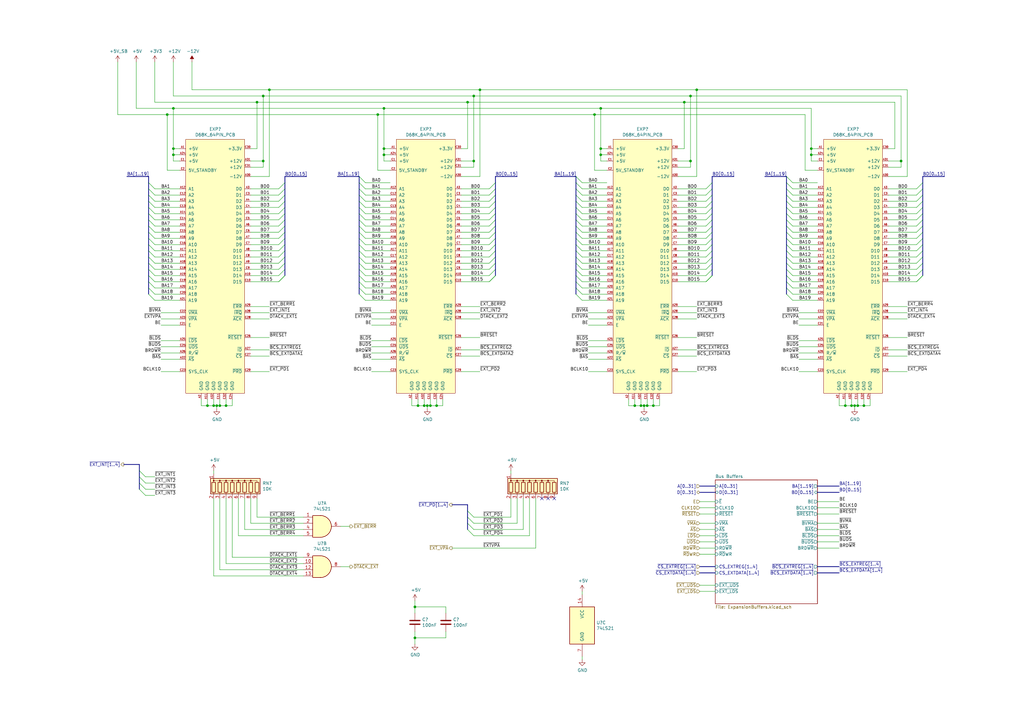
<source format=kicad_sch>
(kicad_sch (version 20211123) (generator eeschema)
  (paper "A3")
  (junction (at 170.18 248.92))
  (junction (at 157.48 60.96))
  (junction (at 194.31 66.04))
  (junction (at 246.38 44.45))
  (junction (at 191.77 41.91))
  (junction (at 354.33 166.37))
  (junction (at 157.48 44.45))
  (junction (at 332.74 63.5))
  (junction (at 264.16 166.37))
  (junction (at 71.12 60.96))
  (junction (at 369.57 66.04))
  (junction (at 68.58 46.99))
  (junction (at 285.75 36.83))
  (junction (at 71.12 63.5))
  (junction (at 260.35 166.37))
  (junction (at 349.25 166.37))
  (junction (at 351.79 166.37))
  (junction (at 283.21 66.04))
  (junction (at 243.84 46.99))
  (junction (at 85.09 166.37))
  (junction (at 332.74 60.96))
  (junction (at 171.45 166.37))
  (junction (at 179.07 166.37))
  (junction (at 246.38 63.5))
  (junction (at 280.67 41.91))
  (junction (at 92.71 166.37))
  (junction (at 157.48 63.5))
  (junction (at 90.17 166.37))
  (junction (at 350.52 166.37))
  (junction (at 346.71 166.37))
  (junction (at 173.99 166.37))
  (junction (at 87.63 166.37))
  (junction (at 267.97 166.37))
  (junction (at 170.18 261.62))
  (junction (at 265.43 166.37))
  (junction (at 88.9 166.37))
  (junction (at 246.38 60.96))
  (junction (at 196.85 36.83))
  (junction (at 176.53 166.37))
  (junction (at 71.12 44.45))
  (junction (at 110.49 36.83))
  (junction (at 107.95 39.37))
  (junction (at 194.31 39.37))
  (junction (at 107.95 66.04))
  (junction (at 105.41 41.91))
  (junction (at 154.94 46.99))
  (junction (at 283.21 39.37))
  (junction (at 262.89 166.37))
  (junction (at 175.26 166.37))
  (no_connect (at 222.25 204.47))
  (no_connect (at 224.79 204.47))
  (no_connect (at 227.33 204.47))
  (bus_entry (at 191.77 209.55) (size 2.54 2.54))
  (bus_entry (at 114.3 115.57) (size 2.54 -2.54))
  (bus_entry (at 114.3 77.47) (size 2.54 -2.54))
  (bus_entry (at 322.58 115.57) (size 2.54 2.54))
  (bus_entry (at 322.58 110.49) (size 2.54 2.54))
  (bus_entry (at 200.66 105.41) (size 2.54 -2.54))
  (bus_entry (at 114.3 92.71) (size 2.54 -2.54))
  (bus_entry (at 322.58 92.71) (size 2.54 2.54))
  (bus_entry (at 236.22 97.79) (size 2.54 2.54))
  (bus_entry (at 200.66 87.63) (size 2.54 -2.54))
  (bus_entry (at 322.58 100.33) (size 2.54 2.54))
  (bus_entry (at 60.96 102.87) (size 2.54 2.54))
  (bus_entry (at 147.32 87.63) (size 2.54 2.54))
  (bus_entry (at 322.58 80.01) (size 2.54 2.54))
  (bus_entry (at 191.77 214.63) (size 2.54 2.54))
  (bus_entry (at 322.58 97.79) (size 2.54 2.54))
  (bus_entry (at 60.96 110.49) (size 2.54 2.54))
  (bus_entry (at 200.66 90.17) (size 2.54 -2.54))
  (bus_entry (at 200.66 82.55) (size 2.54 -2.54))
  (bus_entry (at 147.32 85.09) (size 2.54 2.54))
  (bus_entry (at 57.15 198.12) (size 2.54 2.54))
  (bus_entry (at 200.66 92.71) (size 2.54 -2.54))
  (bus_entry (at 236.22 80.01) (size 2.54 2.54))
  (bus_entry (at 147.32 95.25) (size 2.54 2.54))
  (bus_entry (at 289.56 105.41) (size 2.54 -2.54))
  (bus_entry (at 147.32 100.33) (size 2.54 2.54))
  (bus_entry (at 236.22 120.65) (size 2.54 2.54))
  (bus_entry (at 147.32 82.55) (size 2.54 2.54))
  (bus_entry (at 60.96 87.63) (size 2.54 2.54))
  (bus_entry (at 60.96 82.55) (size 2.54 2.54))
  (bus_entry (at 375.92 90.17) (size 2.54 -2.54))
  (bus_entry (at 375.92 85.09) (size 2.54 -2.54))
  (bus_entry (at 375.92 92.71) (size 2.54 -2.54))
  (bus_entry (at 375.92 97.79) (size 2.54 -2.54))
  (bus_entry (at 200.66 77.47) (size 2.54 -2.54))
  (bus_entry (at 114.3 80.01) (size 2.54 -2.54))
  (bus_entry (at 322.58 77.47) (size 2.54 2.54))
  (bus_entry (at 60.96 120.65) (size 2.54 2.54))
  (bus_entry (at 200.66 100.33) (size 2.54 -2.54))
  (bus_entry (at 236.22 87.63) (size 2.54 2.54))
  (bus_entry (at 236.22 72.39) (size 2.54 2.54))
  (bus_entry (at 147.32 102.87) (size 2.54 2.54))
  (bus_entry (at 60.96 118.11) (size 2.54 2.54))
  (bus_entry (at 289.56 97.79) (size 2.54 -2.54))
  (bus_entry (at 322.58 72.39) (size 2.54 2.54))
  (bus_entry (at 114.3 110.49) (size 2.54 -2.54))
  (bus_entry (at 236.22 110.49) (size 2.54 2.54))
  (bus_entry (at 114.3 107.95) (size 2.54 -2.54))
  (bus_entry (at 147.32 115.57) (size 2.54 2.54))
  (bus_entry (at 147.32 90.17) (size 2.54 2.54))
  (bus_entry (at 147.32 80.01) (size 2.54 2.54))
  (bus_entry (at 200.66 107.95) (size 2.54 -2.54))
  (bus_entry (at 200.66 85.09) (size 2.54 -2.54))
  (bus_entry (at 289.56 113.03) (size 2.54 -2.54))
  (bus_entry (at 60.96 85.09) (size 2.54 2.54))
  (bus_entry (at 60.96 105.41) (size 2.54 2.54))
  (bus_entry (at 147.32 97.79) (size 2.54 2.54))
  (bus_entry (at 322.58 118.11) (size 2.54 2.54))
  (bus_entry (at 236.22 118.11) (size 2.54 2.54))
  (bus_entry (at 375.92 77.47) (size 2.54 -2.54))
  (bus_entry (at 236.22 82.55) (size 2.54 2.54))
  (bus_entry (at 236.22 77.47) (size 2.54 2.54))
  (bus_entry (at 147.32 120.65) (size 2.54 2.54))
  (bus_entry (at 60.96 113.03) (size 2.54 2.54))
  (bus_entry (at 322.58 120.65) (size 2.54 2.54))
  (bus_entry (at 322.58 102.87) (size 2.54 2.54))
  (bus_entry (at 114.3 97.79) (size 2.54 -2.54))
  (bus_entry (at 147.32 110.49) (size 2.54 2.54))
  (bus_entry (at 200.66 115.57) (size 2.54 -2.54))
  (bus_entry (at 322.58 85.09) (size 2.54 2.54))
  (bus_entry (at 60.96 90.17) (size 2.54 2.54))
  (bus_entry (at 289.56 77.47) (size 2.54 -2.54))
  (bus_entry (at 200.66 113.03) (size 2.54 -2.54))
  (bus_entry (at 289.56 107.95) (size 2.54 -2.54))
  (bus_entry (at 60.96 74.93) (size 2.54 2.54))
  (bus_entry (at 375.92 102.87) (size 2.54 -2.54))
  (bus_entry (at 236.22 107.95) (size 2.54 2.54))
  (bus_entry (at 200.66 102.87) (size 2.54 -2.54))
  (bus_entry (at 375.92 115.57) (size 2.54 -2.54))
  (bus_entry (at 375.92 87.63) (size 2.54 -2.54))
  (bus_entry (at 114.3 100.33) (size 2.54 -2.54))
  (bus_entry (at 289.56 92.71) (size 2.54 -2.54))
  (bus_entry (at 60.96 92.71) (size 2.54 2.54))
  (bus_entry (at 236.22 74.93) (size 2.54 2.54))
  (bus_entry (at 114.3 90.17) (size 2.54 -2.54))
  (bus_entry (at 322.58 105.41) (size 2.54 2.54))
  (bus_entry (at 57.15 193.04) (size 2.54 2.54))
  (bus_entry (at 322.58 82.55) (size 2.54 2.54))
  (bus_entry (at 114.3 113.03) (size 2.54 -2.54))
  (bus_entry (at 147.32 105.41) (size 2.54 2.54))
  (bus_entry (at 236.22 95.25) (size 2.54 2.54))
  (bus_entry (at 375.92 110.49) (size 2.54 -2.54))
  (bus_entry (at 289.56 115.57) (size 2.54 -2.54))
  (bus_entry (at 60.96 100.33) (size 2.54 2.54))
  (bus_entry (at 289.56 80.01) (size 2.54 -2.54))
  (bus_entry (at 236.22 102.87) (size 2.54 2.54))
  (bus_entry (at 60.96 77.47) (size 2.54 2.54))
  (bus_entry (at 375.92 107.95) (size 2.54 -2.54))
  (bus_entry (at 322.58 113.03) (size 2.54 2.54))
  (bus_entry (at 375.92 95.25) (size 2.54 -2.54))
  (bus_entry (at 147.32 72.39) (size 2.54 2.54))
  (bus_entry (at 200.66 97.79) (size 2.54 -2.54))
  (bus_entry (at 289.56 87.63) (size 2.54 -2.54))
  (bus_entry (at 375.92 113.03) (size 2.54 -2.54))
  (bus_entry (at 375.92 82.55) (size 2.54 -2.54))
  (bus_entry (at 322.58 90.17) (size 2.54 2.54))
  (bus_entry (at 147.32 107.95) (size 2.54 2.54))
  (bus_entry (at 191.77 217.17) (size 2.54 2.54))
  (bus_entry (at 60.96 97.79) (size 2.54 2.54))
  (bus_entry (at 60.96 115.57) (size 2.54 2.54))
  (bus_entry (at 114.3 115.57) (size 2.54 -2.54))
  (bus_entry (at 289.56 95.25) (size 2.54 -2.54))
  (bus_entry (at 60.96 80.01) (size 2.54 2.54))
  (bus_entry (at 375.92 115.57) (size 2.54 -2.54))
  (bus_entry (at 147.32 118.11) (size 2.54 2.54))
  (bus_entry (at 236.22 113.03) (size 2.54 2.54))
  (bus_entry (at 114.3 102.87) (size 2.54 -2.54))
  (bus_entry (at 289.56 110.49) (size 2.54 -2.54))
  (bus_entry (at 236.22 92.71) (size 2.54 2.54))
  (bus_entry (at 60.96 95.25) (size 2.54 2.54))
  (bus_entry (at 322.58 107.95) (size 2.54 2.54))
  (bus_entry (at 114.3 82.55) (size 2.54 -2.54))
  (bus_entry (at 147.32 77.47) (size 2.54 2.54))
  (bus_entry (at 322.58 74.93) (size 2.54 2.54))
  (bus_entry (at 57.15 200.66) (size 2.54 2.54))
  (bus_entry (at 289.56 85.09) (size 2.54 -2.54))
  (bus_entry (at 236.22 100.33) (size 2.54 2.54))
  (bus_entry (at 236.22 105.41) (size 2.54 2.54))
  (bus_entry (at 375.92 80.01) (size 2.54 -2.54))
  (bus_entry (at 322.58 95.25) (size 2.54 2.54))
  (bus_entry (at 375.92 105.41) (size 2.54 -2.54))
  (bus_entry (at 289.56 115.57) (size 2.54 -2.54))
  (bus_entry (at 60.96 107.95) (size 2.54 2.54))
  (bus_entry (at 375.92 100.33) (size 2.54 -2.54))
  (bus_entry (at 114.3 105.41) (size 2.54 -2.54))
  (bus_entry (at 147.32 92.71) (size 2.54 2.54))
  (bus_entry (at 114.3 87.63) (size 2.54 -2.54))
  (bus_entry (at 289.56 100.33) (size 2.54 -2.54))
  (bus_entry (at 236.22 90.17) (size 2.54 2.54))
  (bus_entry (at 322.58 87.63) (size 2.54 2.54))
  (bus_entry (at 289.56 82.55) (size 2.54 -2.54))
  (bus_entry (at 236.22 115.57) (size 2.54 2.54))
  (bus_entry (at 147.32 74.93) (size 2.54 2.54))
  (bus_entry (at 147.32 113.03) (size 2.54 2.54))
  (bus_entry (at 200.66 110.49) (size 2.54 -2.54))
  (bus_entry (at 114.3 95.25) (size 2.54 -2.54))
  (bus_entry (at 289.56 90.17) (size 2.54 -2.54))
  (bus_entry (at 191.77 212.09) (size 2.54 2.54))
  (bus_entry (at 200.66 95.25) (size 2.54 -2.54))
  (bus_entry (at 114.3 85.09) (size 2.54 -2.54))
  (bus_entry (at 289.56 102.87) (size 2.54 -2.54))
  (bus_entry (at 236.22 85.09) (size 2.54 2.54))
  (bus_entry (at 200.66 115.57) (size 2.54 -2.54))
  (bus_entry (at 200.66 80.01) (size 2.54 -2.54))
  (bus_entry (at 57.15 195.58) (size 2.54 2.54))
  (bus (pts (xy 227.33 72.39) (xy 236.22 72.39)))
  (wire (pts (xy 372.11 146.05) (xy 364.49 146.05)))
  (wire (pts (xy 152.4 139.7) (xy 160.02 139.7)))
  (wire (pts (xy 278.13 115.57) (xy 289.56 115.57)))
  (wire (pts (xy 364.49 102.87) (xy 375.92 102.87)))
  (bus (pts (xy 236.22 97.79) (xy 236.22 100.33)))
  (wire (pts (xy 73.66 66.04) (xy 71.12 66.04)))
  (wire (pts (xy 196.85 130.81) (xy 189.23 130.81)))
  (bus (pts (xy 203.2 85.09) (xy 203.2 87.63)))
  (wire (pts (xy 152.4 130.81) (xy 160.02 130.81)))
  (bus (pts (xy 116.84 77.47) (xy 116.84 80.01)))
  (bus (pts (xy 322.58 102.87) (xy 322.58 105.41)))
  (wire (pts (xy 59.69 198.12) (xy 63.5 198.12)))
  (bus (pts (xy 292.1 74.93) (xy 292.1 77.47)))
  (wire (pts (xy 364.49 125.73) (xy 372.11 125.73)))
  (wire (pts (xy 87.63 166.37) (xy 85.09 166.37)))
  (wire (pts (xy 102.87 102.87) (xy 114.3 102.87)))
  (wire (pts (xy 189.23 87.63) (xy 200.66 87.63)))
  (wire (pts (xy 63.5 102.87) (xy 73.66 102.87)))
  (wire (pts (xy 364.49 128.27) (xy 372.11 128.27)))
  (wire (pts (xy 217.17 219.71) (xy 217.17 204.47)))
  (wire (pts (xy 149.86 120.65) (xy 160.02 120.65)))
  (wire (pts (xy 350.52 166.37) (xy 350.52 167.64)))
  (bus (pts (xy 236.22 87.63) (xy 236.22 90.17)))
  (wire (pts (xy 102.87 100.33) (xy 114.3 100.33)))
  (bus (pts (xy 335.28 232.41) (xy 344.17 232.41)))
  (wire (pts (xy 246.38 63.5) (xy 246.38 66.04)))
  (wire (pts (xy 149.86 95.25) (xy 160.02 95.25)))
  (wire (pts (xy 88.9 166.37) (xy 87.63 166.37)))
  (bus (pts (xy 322.58 97.79) (xy 322.58 100.33)))
  (wire (pts (xy 194.31 66.04) (xy 189.23 66.04)))
  (wire (pts (xy 257.81 166.37) (xy 257.81 163.83)))
  (wire (pts (xy 189.23 72.39) (xy 196.85 72.39)))
  (wire (pts (xy 179.07 163.83) (xy 179.07 166.37)))
  (wire (pts (xy 102.87 80.01) (xy 114.3 80.01)))
  (bus (pts (xy 203.2 92.71) (xy 203.2 95.25)))
  (wire (pts (xy 73.66 60.96) (xy 71.12 60.96)))
  (bus (pts (xy 236.22 90.17) (xy 236.22 92.71)))
  (bus (pts (xy 322.58 107.95) (xy 322.58 110.49)))
  (bus (pts (xy 116.84 87.63) (xy 116.84 90.17)))
  (wire (pts (xy 241.3 147.32) (xy 248.92 147.32)))
  (bus (pts (xy 57.15 190.5) (xy 50.8 190.5)))
  (wire (pts (xy 189.23 152.4) (xy 196.85 152.4)))
  (wire (pts (xy 63.5 123.19) (xy 73.66 123.19)))
  (wire (pts (xy 71.12 39.37) (xy 107.95 39.37)))
  (wire (pts (xy 278.13 68.58) (xy 283.21 68.58)))
  (bus (pts (xy 203.2 95.25) (xy 203.2 97.79)))
  (wire (pts (xy 354.33 163.83) (xy 354.33 166.37)))
  (bus (pts (xy 293.37 201.93) (xy 287.02 201.93)))
  (bus (pts (xy 147.32 95.25) (xy 147.32 97.79)))
  (bus (pts (xy 236.22 77.47) (xy 236.22 80.01)))
  (wire (pts (xy 191.77 41.91) (xy 280.67 41.91)))
  (bus (pts (xy 52.07 72.39) (xy 60.96 72.39)))
  (wire (pts (xy 73.66 152.4) (xy 66.04 152.4)))
  (wire (pts (xy 325.12 115.57) (xy 335.28 115.57)))
  (bus (pts (xy 378.46 110.49) (xy 378.46 113.03)))
  (bus (pts (xy 147.32 85.09) (xy 147.32 87.63)))
  (wire (pts (xy 175.26 166.37) (xy 175.26 167.64)))
  (wire (pts (xy 102.87 85.09) (xy 114.3 85.09)))
  (wire (pts (xy 278.13 85.09) (xy 289.56 85.09)))
  (wire (pts (xy 238.76 113.03) (xy 248.92 113.03)))
  (wire (pts (xy 102.87 152.4) (xy 110.49 152.4)))
  (wire (pts (xy 325.12 120.65) (xy 335.28 120.65)))
  (wire (pts (xy 267.97 163.83) (xy 267.97 166.37)))
  (wire (pts (xy 73.66 139.7) (xy 66.04 139.7)))
  (wire (pts (xy 246.38 66.04) (xy 248.92 66.04)))
  (wire (pts (xy 189.23 82.55) (xy 200.66 82.55)))
  (bus (pts (xy 322.58 74.93) (xy 322.58 77.47)))
  (bus (pts (xy 60.96 100.33) (xy 60.96 102.87)))
  (wire (pts (xy 278.13 113.03) (xy 289.56 113.03)))
  (wire (pts (xy 335.28 205.74) (xy 344.17 205.74)))
  (bus (pts (xy 147.32 90.17) (xy 147.32 92.71)))
  (wire (pts (xy 238.76 243.84) (xy 238.76 242.57)))
  (bus (pts (xy 147.32 77.47) (xy 147.32 80.01)))
  (wire (pts (xy 189.23 115.57) (xy 200.66 115.57)))
  (wire (pts (xy 189.23 105.41) (xy 200.66 105.41)))
  (wire (pts (xy 63.5 95.25) (xy 73.66 95.25)))
  (bus (pts (xy 236.22 102.87) (xy 236.22 105.41)))
  (bus (pts (xy 191.77 207.01) (xy 191.77 209.55)))
  (wire (pts (xy 102.87 66.04) (xy 107.95 66.04)))
  (wire (pts (xy 90.17 204.47) (xy 90.17 233.68)))
  (wire (pts (xy 97.79 204.47) (xy 97.79 219.71)))
  (bus (pts (xy 322.58 82.55) (xy 322.58 85.09)))
  (bus (pts (xy 60.96 102.87) (xy 60.96 105.41)))
  (wire (pts (xy 85.09 163.83) (xy 85.09 166.37)))
  (wire (pts (xy 264.16 166.37) (xy 264.16 167.64)))
  (wire (pts (xy 364.49 113.03) (xy 375.92 113.03)))
  (wire (pts (xy 364.49 105.41) (xy 375.92 105.41)))
  (wire (pts (xy 189.23 107.95) (xy 200.66 107.95)))
  (wire (pts (xy 270.51 166.37) (xy 267.97 166.37)))
  (bus (pts (xy 147.32 72.39) (xy 147.32 74.93)))
  (wire (pts (xy 330.2 69.85) (xy 330.2 46.99)))
  (bus (pts (xy 138.43 72.39) (xy 147.32 72.39)))
  (wire (pts (xy 260.35 163.83) (xy 260.35 166.37)))
  (wire (pts (xy 264.16 166.37) (xy 262.89 166.37)))
  (wire (pts (xy 293.37 224.79) (xy 287.02 224.79)))
  (bus (pts (xy 236.22 115.57) (xy 236.22 118.11)))
  (wire (pts (xy 278.13 87.63) (xy 289.56 87.63)))
  (wire (pts (xy 90.17 233.68) (xy 124.46 233.68)))
  (wire (pts (xy 173.99 166.37) (xy 171.45 166.37)))
  (wire (pts (xy 87.63 236.22) (xy 87.63 204.47)))
  (bus (pts (xy 60.96 115.57) (xy 60.96 118.11)))
  (wire (pts (xy 238.76 120.65) (xy 248.92 120.65)))
  (wire (pts (xy 278.13 95.25) (xy 289.56 95.25)))
  (bus (pts (xy 60.96 80.01) (xy 60.96 82.55)))
  (wire (pts (xy 102.87 92.71) (xy 114.3 92.71)))
  (wire (pts (xy 92.71 231.14) (xy 124.46 231.14)))
  (wire (pts (xy 110.49 146.05) (xy 102.87 146.05)))
  (bus (pts (xy 203.2 74.93) (xy 203.2 77.47)))
  (wire (pts (xy 287.02 214.63) (xy 293.37 214.63)))
  (wire (pts (xy 107.95 39.37) (xy 194.31 39.37)))
  (bus (pts (xy 116.84 105.41) (xy 116.84 107.95)))
  (bus (pts (xy 292.1 92.71) (xy 292.1 95.25)))
  (wire (pts (xy 238.76 95.25) (xy 248.92 95.25)))
  (wire (pts (xy 90.17 166.37) (xy 88.9 166.37)))
  (bus (pts (xy 322.58 72.39) (xy 322.58 74.93)))
  (bus (pts (xy 287.02 234.95) (xy 293.37 234.95)))
  (bus (pts (xy 378.46 72.39) (xy 378.46 74.93)))
  (bus (pts (xy 236.22 72.39) (xy 236.22 74.93)))
  (wire (pts (xy 248.92 144.78) (xy 241.3 144.78)))
  (wire (pts (xy 325.12 87.63) (xy 335.28 87.63)))
  (wire (pts (xy 102.87 113.03) (xy 114.3 113.03)))
  (wire (pts (xy 149.86 77.47) (xy 160.02 77.47)))
  (bus (pts (xy 60.96 82.55) (xy 60.96 85.09)))
  (wire (pts (xy 238.76 118.11) (xy 248.92 118.11)))
  (wire (pts (xy 364.49 85.09) (xy 375.92 85.09)))
  (wire (pts (xy 102.87 82.55) (xy 114.3 82.55)))
  (wire (pts (xy 325.12 105.41) (xy 335.28 105.41)))
  (bus (pts (xy 116.84 110.49) (xy 116.84 113.03)))
  (bus (pts (xy 147.32 102.87) (xy 147.32 105.41)))
  (wire (pts (xy 189.23 80.01) (xy 200.66 80.01)))
  (wire (pts (xy 88.9 166.37) (xy 88.9 167.64)))
  (wire (pts (xy 63.5 107.95) (xy 73.66 107.95)))
  (wire (pts (xy 124.46 212.09) (xy 105.41 212.09)))
  (wire (pts (xy 59.69 200.66) (xy 63.5 200.66)))
  (wire (pts (xy 189.23 68.58) (xy 194.31 68.58)))
  (wire (pts (xy 364.49 87.63) (xy 375.92 87.63)))
  (bus (pts (xy 60.96 113.03) (xy 60.96 115.57)))
  (bus (pts (xy 292.1 105.41) (xy 292.1 107.95)))
  (bus (pts (xy 292.1 107.95) (xy 292.1 110.49)))
  (bus (pts (xy 378.46 77.47) (xy 378.46 80.01)))
  (wire (pts (xy 152.4 144.78) (xy 160.02 144.78)))
  (bus (pts (xy 378.46 90.17) (xy 378.46 92.71)))
  (bus (pts (xy 147.32 115.57) (xy 147.32 118.11)))
  (wire (pts (xy 107.95 66.04) (xy 107.95 39.37)))
  (wire (pts (xy 293.37 240.03) (xy 287.02 240.03)))
  (wire (pts (xy 335.28 128.27) (xy 327.66 128.27)))
  (bus (pts (xy 147.32 74.93) (xy 147.32 77.47)))
  (bus (pts (xy 60.96 85.09) (xy 60.96 87.63)))
  (bus (pts (xy 236.22 95.25) (xy 236.22 97.79)))
  (bus (pts (xy 116.84 102.87) (xy 116.84 105.41)))
  (bus (pts (xy 378.46 97.79) (xy 378.46 100.33)))
  (wire (pts (xy 189.23 125.73) (xy 196.85 125.73)))
  (bus (pts (xy 116.84 107.95) (xy 116.84 110.49)))
  (wire (pts (xy 332.74 60.96) (xy 332.74 63.5)))
  (wire (pts (xy 209.55 212.09) (xy 209.55 204.47)))
  (bus (pts (xy 322.58 110.49) (xy 322.58 113.03)))
  (bus (pts (xy 236.22 74.93) (xy 236.22 77.47)))
  (bus (pts (xy 236.22 85.09) (xy 236.22 87.63)))
  (wire (pts (xy 278.13 80.01) (xy 289.56 80.01)))
  (bus (pts (xy 191.77 209.55) (xy 191.77 212.09)))
  (bus (pts (xy 322.58 77.47) (xy 322.58 80.01)))
  (wire (pts (xy 105.41 41.91) (xy 191.77 41.91)))
  (wire (pts (xy 66.04 128.27) (xy 73.66 128.27)))
  (bus (pts (xy 203.2 110.49) (xy 203.2 113.03)))
  (wire (pts (xy 283.21 68.58) (xy 283.21 66.04)))
  (bus (pts (xy 116.84 72.39) (xy 116.84 74.93)))
  (wire (pts (xy 335.28 222.25) (xy 344.17 222.25)))
  (wire (pts (xy 105.41 60.96) (xy 105.41 41.91)))
  (wire (pts (xy 278.13 105.41) (xy 289.56 105.41)))
  (wire (pts (xy 335.28 74.93) (xy 325.12 74.93)))
  (bus (pts (xy 344.17 199.39) (xy 335.28 199.39)))
  (wire (pts (xy 173.99 163.83) (xy 173.99 166.37)))
  (wire (pts (xy 364.49 90.17) (xy 375.92 90.17)))
  (wire (pts (xy 278.13 125.73) (xy 285.75 125.73)))
  (wire (pts (xy 325.12 110.49) (xy 335.28 110.49)))
  (wire (pts (xy 238.76 100.33) (xy 248.92 100.33)))
  (wire (pts (xy 124.46 214.63) (xy 102.87 214.63)))
  (bus (pts (xy 236.22 118.11) (xy 236.22 120.65)))
  (wire (pts (xy 171.45 166.37) (xy 168.91 166.37)))
  (wire (pts (xy 280.67 60.96) (xy 280.67 41.91)))
  (wire (pts (xy 214.63 217.17) (xy 214.63 204.47)))
  (wire (pts (xy 325.12 92.71) (xy 335.28 92.71)))
  (wire (pts (xy 92.71 231.14) (xy 92.71 204.47)))
  (bus (pts (xy 116.84 97.79) (xy 116.84 100.33)))
  (bus (pts (xy 236.22 92.71) (xy 236.22 95.25)))
  (wire (pts (xy 364.49 66.04) (xy 369.57 66.04)))
  (wire (pts (xy 265.43 163.83) (xy 265.43 166.37)))
  (wire (pts (xy 149.86 80.01) (xy 160.02 80.01)))
  (bus (pts (xy 322.58 100.33) (xy 322.58 102.87)))
  (bus (pts (xy 57.15 193.04) (xy 57.15 195.58)))
  (bus (pts (xy 116.84 100.33) (xy 116.84 102.87)))
  (wire (pts (xy 149.86 92.71) (xy 160.02 92.71)))
  (wire (pts (xy 63.5 80.01) (xy 73.66 80.01)))
  (wire (pts (xy 248.92 139.7) (xy 241.3 139.7)))
  (wire (pts (xy 238.76 102.87) (xy 248.92 102.87)))
  (wire (pts (xy 92.71 166.37) (xy 90.17 166.37)))
  (wire (pts (xy 170.18 248.92) (xy 182.88 248.92)))
  (wire (pts (xy 241.3 130.81) (xy 248.92 130.81)))
  (wire (pts (xy 73.66 69.85) (xy 68.58 69.85)))
  (wire (pts (xy 63.5 90.17) (xy 73.66 90.17)))
  (wire (pts (xy 160.02 128.27) (xy 152.4 128.27)))
  (bus (pts (xy 322.58 118.11) (xy 322.58 120.65)))
  (wire (pts (xy 55.88 44.45) (xy 71.12 44.45)))
  (wire (pts (xy 332.74 66.04) (xy 335.28 66.04)))
  (wire (pts (xy 68.58 69.85) (xy 68.58 46.99)))
  (wire (pts (xy 364.49 95.25) (xy 375.92 95.25)))
  (wire (pts (xy 191.77 60.96) (xy 189.23 60.96)))
  (wire (pts (xy 335.28 142.24) (xy 327.66 142.24)))
  (bus (pts (xy 203.2 102.87) (xy 203.2 105.41)))
  (wire (pts (xy 68.58 46.99) (xy 154.94 46.99)))
  (bus (pts (xy 378.46 107.95) (xy 378.46 110.49)))
  (wire (pts (xy 196.85 138.43) (xy 189.23 138.43)))
  (bus (pts (xy 322.58 115.57) (xy 322.58 118.11)))
  (wire (pts (xy 189.23 113.03) (xy 200.66 113.03)))
  (bus (pts (xy 203.2 105.41) (xy 203.2 107.95)))
  (bus (pts (xy 147.32 87.63) (xy 147.32 90.17)))
  (wire (pts (xy 97.79 219.71) (xy 124.46 219.71)))
  (bus (pts (xy 147.32 107.95) (xy 147.32 110.49)))
  (wire (pts (xy 154.94 69.85) (xy 160.02 69.85)))
  (wire (pts (xy 325.12 107.95) (xy 335.28 107.95)))
  (wire (pts (xy 71.12 66.04) (xy 71.12 63.5)))
  (bus (pts (xy 60.96 110.49) (xy 60.96 113.03)))
  (wire (pts (xy 189.23 100.33) (xy 200.66 100.33)))
  (wire (pts (xy 238.76 80.01) (xy 248.92 80.01)))
  (wire (pts (xy 278.13 143.51) (xy 285.75 143.51)))
  (wire (pts (xy 325.12 100.33) (xy 335.28 100.33)))
  (wire (pts (xy 335.28 219.71) (xy 344.17 219.71)))
  (wire (pts (xy 325.12 123.19) (xy 335.28 123.19)))
  (wire (pts (xy 143.51 215.9) (xy 139.7 215.9)))
  (wire (pts (xy 325.12 90.17) (xy 335.28 90.17)))
  (wire (pts (xy 102.87 105.41) (xy 114.3 105.41)))
  (wire (pts (xy 154.94 46.99) (xy 154.94 69.85)))
  (wire (pts (xy 349.25 166.37) (xy 346.71 166.37)))
  (bus (pts (xy 60.96 87.63) (xy 60.96 90.17)))
  (wire (pts (xy 278.13 110.49) (xy 289.56 110.49)))
  (wire (pts (xy 335.28 63.5) (xy 332.74 63.5)))
  (wire (pts (xy 351.79 166.37) (xy 350.52 166.37)))
  (wire (pts (xy 278.13 128.27) (xy 285.75 128.27)))
  (wire (pts (xy 87.63 193.04) (xy 87.63 194.31)))
  (wire (pts (xy 194.31 39.37) (xy 194.31 66.04)))
  (wire (pts (xy 189.23 85.09) (xy 200.66 85.09)))
  (bus (pts (xy 116.84 82.55) (xy 116.84 85.09)))
  (wire (pts (xy 63.5 82.55) (xy 73.66 82.55)))
  (wire (pts (xy 194.31 219.71) (xy 217.17 219.71)))
  (wire (pts (xy 364.49 97.79) (xy 375.92 97.79)))
  (wire (pts (xy 293.37 219.71) (xy 287.02 219.71)))
  (bus (pts (xy 203.2 72.39) (xy 212.09 72.39)))
  (bus (pts (xy 203.2 72.39) (xy 203.2 74.93)))
  (wire (pts (xy 63.5 113.03) (xy 73.66 113.03)))
  (wire (pts (xy 325.12 102.87) (xy 335.28 102.87)))
  (wire (pts (xy 102.87 60.96) (xy 105.41 60.96)))
  (bus (pts (xy 116.84 72.39) (xy 125.73 72.39)))
  (wire (pts (xy 71.12 63.5) (xy 71.12 60.96)))
  (bus (pts (xy 236.22 82.55) (xy 236.22 85.09)))
  (wire (pts (xy 102.87 107.95) (xy 114.3 107.95)))
  (wire (pts (xy 71.12 25.4) (xy 71.12 39.37)))
  (wire (pts (xy 287.02 227.33) (xy 293.37 227.33)))
  (wire (pts (xy 238.76 269.24) (xy 238.76 270.51)))
  (wire (pts (xy 149.86 100.33) (xy 160.02 100.33)))
  (wire (pts (xy 102.87 110.49) (xy 114.3 110.49)))
  (bus (pts (xy 322.58 87.63) (xy 322.58 90.17)))
  (wire (pts (xy 63.5 118.11) (xy 73.66 118.11)))
  (wire (pts (xy 287.02 217.17) (xy 293.37 217.17)))
  (wire (pts (xy 92.71 163.83) (xy 92.71 166.37)))
  (wire (pts (xy 248.92 128.27) (xy 241.3 128.27)))
  (wire (pts (xy 171.45 163.83) (xy 171.45 166.37)))
  (wire (pts (xy 238.76 90.17) (xy 248.92 90.17)))
  (wire (pts (xy 102.87 97.79) (xy 114.3 97.79)))
  (wire (pts (xy 364.49 77.47) (xy 375.92 77.47)))
  (bus (pts (xy 236.22 100.33) (xy 236.22 102.87)))
  (wire (pts (xy 278.13 92.71) (xy 289.56 92.71)))
  (wire (pts (xy 335.28 224.79) (xy 344.17 224.79)))
  (wire (pts (xy 63.5 77.47) (xy 73.66 77.47)))
  (bus (pts (xy 203.2 82.55) (xy 203.2 85.09)))
  (wire (pts (xy 170.18 261.62) (xy 182.88 261.62)))
  (bus (pts (xy 203.2 90.17) (xy 203.2 92.71)))
  (bus (pts (xy 203.2 87.63) (xy 203.2 90.17)))
  (wire (pts (xy 102.87 204.47) (xy 102.87 214.63)))
  (wire (pts (xy 63.5 92.71) (xy 73.66 92.71)))
  (wire (pts (xy 325.12 85.09) (xy 335.28 85.09)))
  (wire (pts (xy 350.52 166.37) (xy 349.25 166.37)))
  (wire (pts (xy 139.7 232.41) (xy 143.51 232.41)))
  (wire (pts (xy 332.74 44.45) (xy 332.74 60.96)))
  (wire (pts (xy 102.87 128.27) (xy 110.49 128.27)))
  (wire (pts (xy 238.76 105.41) (xy 248.92 105.41)))
  (wire (pts (xy 102.87 77.47) (xy 114.3 77.47)))
  (wire (pts (xy 160.02 142.24) (xy 152.4 142.24)))
  (wire (pts (xy 335.28 69.85) (xy 330.2 69.85)))
  (wire (pts (xy 71.12 44.45) (xy 157.48 44.45)))
  (wire (pts (xy 364.49 115.57) (xy 375.92 115.57)))
  (wire (pts (xy 243.84 69.85) (xy 248.92 69.85)))
  (wire (pts (xy 364.49 130.81) (xy 372.11 130.81)))
  (wire (pts (xy 160.02 147.32) (xy 152.4 147.32)))
  (wire (pts (xy 157.48 63.5) (xy 157.48 66.04)))
  (wire (pts (xy 189.23 102.87) (xy 200.66 102.87)))
  (wire (pts (xy 364.49 143.51) (xy 372.11 143.51)))
  (wire (pts (xy 372.11 72.39) (xy 372.11 36.83)))
  (wire (pts (xy 110.49 72.39) (xy 110.49 36.83)))
  (wire (pts (xy 238.76 85.09) (xy 248.92 85.09)))
  (wire (pts (xy 238.76 107.95) (xy 248.92 107.95)))
  (wire (pts (xy 364.49 72.39) (xy 372.11 72.39)))
  (wire (pts (xy 102.87 68.58) (xy 107.95 68.58)))
  (wire (pts (xy 287.02 205.74) (xy 293.37 205.74)))
  (wire (pts (xy 278.13 72.39) (xy 285.75 72.39)))
  (wire (pts (xy 194.31 217.17) (xy 214.63 217.17)))
  (bus (pts (xy 60.96 90.17) (xy 60.96 92.71)))
  (wire (pts (xy 241.3 142.24) (xy 248.92 142.24)))
  (bus (pts (xy 116.84 85.09) (xy 116.84 87.63)))
  (wire (pts (xy 278.13 82.55) (xy 289.56 82.55)))
  (wire (pts (xy 189.23 143.51) (xy 196.85 143.51)))
  (bus (pts (xy 60.96 118.11) (xy 60.96 120.65)))
  (bus (pts (xy 147.32 105.41) (xy 147.32 107.95)))
  (bus (pts (xy 292.1 85.09) (xy 292.1 87.63)))
  (wire (pts (xy 157.48 60.96) (xy 157.48 63.5)))
  (wire (pts (xy 325.12 113.03) (xy 335.28 113.03)))
  (wire (pts (xy 243.84 46.99) (xy 243.84 69.85)))
  (wire (pts (xy 293.37 208.28) (xy 287.02 208.28)))
  (wire (pts (xy 194.31 68.58) (xy 194.31 66.04)))
  (wire (pts (xy 179.07 166.37) (xy 176.53 166.37)))
  (bus (pts (xy 236.22 80.01) (xy 236.22 82.55)))
  (bus (pts (xy 378.46 80.01) (xy 378.46 82.55)))
  (wire (pts (xy 59.69 203.2) (xy 63.5 203.2)))
  (wire (pts (xy 325.12 97.79) (xy 335.28 97.79)))
  (wire (pts (xy 170.18 261.62) (xy 170.18 259.08)))
  (wire (pts (xy 238.76 82.55) (xy 248.92 82.55)))
  (wire (pts (xy 194.31 214.63) (xy 212.09 214.63)))
  (wire (pts (xy 283.21 66.04) (xy 278.13 66.04)))
  (wire (pts (xy 102.87 95.25) (xy 114.3 95.25)))
  (wire (pts (xy 78.74 36.83) (xy 110.49 36.83)))
  (wire (pts (xy 335.28 152.4) (xy 327.66 152.4)))
  (bus (pts (xy 292.1 97.79) (xy 292.1 100.33)))
  (wire (pts (xy 157.48 44.45) (xy 157.48 60.96)))
  (wire (pts (xy 170.18 248.92) (xy 170.18 246.38)))
  (wire (pts (xy 160.02 133.35) (xy 152.4 133.35)))
  (bus (pts (xy 60.96 92.71) (xy 60.96 95.25)))
  (wire (pts (xy 248.92 60.96) (xy 246.38 60.96)))
  (wire (pts (xy 185.42 224.79) (xy 219.71 224.79)))
  (wire (pts (xy 283.21 39.37) (xy 369.57 39.37)))
  (wire (pts (xy 73.66 63.5) (xy 71.12 63.5)))
  (bus (pts (xy 378.46 100.33) (xy 378.46 102.87)))
  (wire (pts (xy 191.77 41.91) (xy 191.77 60.96)))
  (bus (pts (xy 292.1 102.87) (xy 292.1 105.41)))
  (wire (pts (xy 110.49 130.81) (xy 102.87 130.81)))
  (wire (pts (xy 160.02 152.4) (xy 152.4 152.4)))
  (wire (pts (xy 73.66 144.78) (xy 66.04 144.78)))
  (bus (pts (xy 203.2 77.47) (xy 203.2 80.01)))
  (bus (pts (xy 335.28 201.93) (xy 344.17 201.93)))
  (wire (pts (xy 149.86 110.49) (xy 160.02 110.49)))
  (wire (pts (xy 73.66 130.81) (xy 66.04 130.81)))
  (wire (pts (xy 95.25 204.47) (xy 95.25 228.6)))
  (bus (pts (xy 292.1 87.63) (xy 292.1 90.17)))
  (bus (pts (xy 60.96 74.93) (xy 60.96 77.47)))
  (wire (pts (xy 63.5 25.4) (xy 63.5 41.91)))
  (wire (pts (xy 149.86 90.17) (xy 160.02 90.17)))
  (wire (pts (xy 325.12 77.47) (xy 335.28 77.47)))
  (wire (pts (xy 63.5 120.65) (xy 73.66 120.65)))
  (bus (pts (xy 322.58 92.71) (xy 322.58 95.25)))
  (wire (pts (xy 285.75 146.05) (xy 278.13 146.05)))
  (wire (pts (xy 78.74 36.83) (xy 78.74 25.4)))
  (wire (pts (xy 238.76 123.19) (xy 248.92 123.19)))
  (bus (pts (xy 60.96 107.95) (xy 60.96 110.49)))
  (wire (pts (xy 59.69 195.58) (xy 63.5 195.58)))
  (bus (pts (xy 378.46 95.25) (xy 378.46 97.79)))
  (wire (pts (xy 354.33 166.37) (xy 351.79 166.37)))
  (bus (pts (xy 322.58 113.03) (xy 322.58 115.57)))
  (wire (pts (xy 246.38 60.96) (xy 246.38 63.5)))
  (wire (pts (xy 248.92 152.4) (xy 241.3 152.4)))
  (wire (pts (xy 327.66 139.7) (xy 335.28 139.7)))
  (wire (pts (xy 181.61 163.83) (xy 181.61 166.37)))
  (wire (pts (xy 170.18 264.16) (xy 170.18 261.62)))
  (wire (pts (xy 189.23 77.47) (xy 200.66 77.47)))
  (wire (pts (xy 287.02 210.82) (xy 293.37 210.82)))
  (wire (pts (xy 335.28 208.28) (xy 344.17 208.28)))
  (wire (pts (xy 327.66 130.81) (xy 335.28 130.81)))
  (wire (pts (xy 87.63 163.83) (xy 87.63 166.37)))
  (wire (pts (xy 66.04 142.24) (xy 73.66 142.24)))
  (wire (pts (xy 364.49 82.55) (xy 375.92 82.55)))
  (wire (pts (xy 160.02 74.93) (xy 149.86 74.93)))
  (bus (pts (xy 236.22 107.95) (xy 236.22 110.49)))
  (wire (pts (xy 149.86 115.57) (xy 160.02 115.57)))
  (wire (pts (xy 63.5 87.63) (xy 73.66 87.63)))
  (wire (pts (xy 170.18 251.46) (xy 170.18 248.92)))
  (wire (pts (xy 181.61 166.37) (xy 179.07 166.37)))
  (wire (pts (xy 189.23 95.25) (xy 200.66 95.25)))
  (wire (pts (xy 87.63 236.22) (xy 124.46 236.22)))
  (wire (pts (xy 356.87 163.83) (xy 356.87 166.37)))
  (wire (pts (xy 238.76 115.57) (xy 248.92 115.57)))
  (bus (pts (xy 378.46 87.63) (xy 378.46 90.17)))
  (bus (pts (xy 191.77 212.09) (xy 191.77 214.63)))
  (wire (pts (xy 367.03 41.91) (xy 367.03 60.96)))
  (wire (pts (xy 55.88 25.4) (xy 55.88 44.45)))
  (wire (pts (xy 346.71 166.37) (xy 344.17 166.37)))
  (wire (pts (xy 189.23 128.27) (xy 196.85 128.27)))
  (wire (pts (xy 160.02 60.96) (xy 157.48 60.96)))
  (wire (pts (xy 364.49 152.4) (xy 372.11 152.4)))
  (wire (pts (xy 238.76 97.79) (xy 248.92 97.79)))
  (wire (pts (xy 356.87 166.37) (xy 354.33 166.37)))
  (wire (pts (xy 246.38 44.45) (xy 246.38 60.96)))
  (wire (pts (xy 110.49 138.43) (xy 102.87 138.43)))
  (bus (pts (xy 292.1 77.47) (xy 292.1 80.01)))
  (wire (pts (xy 248.92 63.5) (xy 246.38 63.5)))
  (wire (pts (xy 238.76 92.71) (xy 248.92 92.71)))
  (bus (pts (xy 292.1 72.39) (xy 300.99 72.39)))
  (wire (pts (xy 246.38 44.45) (xy 332.74 44.45)))
  (wire (pts (xy 278.13 97.79) (xy 289.56 97.79)))
  (bus (pts (xy 322.58 80.01) (xy 322.58 82.55)))
  (bus (pts (xy 322.58 85.09) (xy 322.58 87.63)))
  (wire (pts (xy 157.48 44.45) (xy 246.38 44.45)))
  (wire (pts (xy 160.02 63.5) (xy 157.48 63.5)))
  (wire (pts (xy 85.09 166.37) (xy 82.55 166.37)))
  (bus (pts (xy 60.96 77.47) (xy 60.96 80.01)))
  (wire (pts (xy 335.28 60.96) (xy 332.74 60.96)))
  (wire (pts (xy 346.71 163.83) (xy 346.71 166.37)))
  (bus (pts (xy 322.58 105.41) (xy 322.58 107.95)))
  (wire (pts (xy 335.28 147.32) (xy 327.66 147.32)))
  (wire (pts (xy 124.46 217.17) (xy 100.33 217.17)))
  (wire (pts (xy 344.17 210.82) (xy 335.28 210.82)))
  (wire (pts (xy 327.66 144.78) (xy 335.28 144.78)))
  (bus (pts (xy 147.32 113.03) (xy 147.32 115.57)))
  (bus (pts (xy 292.1 100.33) (xy 292.1 102.87)))
  (wire (pts (xy 175.26 166.37) (xy 173.99 166.37)))
  (bus (pts (xy 147.32 80.01) (xy 147.32 82.55)))
  (wire (pts (xy 110.49 36.83) (xy 196.85 36.83)))
  (wire (pts (xy 278.13 102.87) (xy 289.56 102.87)))
  (wire (pts (xy 157.48 66.04) (xy 160.02 66.04)))
  (wire (pts (xy 102.87 72.39) (xy 110.49 72.39)))
  (wire (pts (xy 63.5 97.79) (xy 73.66 97.79)))
  (wire (pts (xy 367.03 60.96) (xy 364.49 60.96)))
  (wire (pts (xy 182.88 248.92) (xy 182.88 251.46)))
  (wire (pts (xy 283.21 39.37) (xy 283.21 66.04)))
  (wire (pts (xy 149.86 123.19) (xy 160.02 123.19)))
  (wire (pts (xy 260.35 166.37) (xy 257.81 166.37)))
  (wire (pts (xy 278.13 152.4) (xy 285.75 152.4)))
  (wire (pts (xy 243.84 46.99) (xy 154.94 46.99)))
  (bus (pts (xy 147.32 82.55) (xy 147.32 85.09)))
  (wire (pts (xy 102.87 87.63) (xy 114.3 87.63)))
  (bus (pts (xy 292.1 82.55) (xy 292.1 85.09)))
  (bus (pts (xy 203.2 80.01) (xy 203.2 82.55)))
  (wire (pts (xy 168.91 166.37) (xy 168.91 163.83)))
  (wire (pts (xy 349.25 163.83) (xy 349.25 166.37)))
  (wire (pts (xy 66.04 133.35) (xy 73.66 133.35)))
  (bus (pts (xy 57.15 190.5) (xy 57.15 193.04)))
  (wire (pts (xy 278.13 77.47) (xy 289.56 77.47)))
  (bus (pts (xy 344.17 234.95) (xy 335.28 234.95)))
  (wire (pts (xy 194.31 212.09) (xy 209.55 212.09)))
  (bus (pts (xy 116.84 80.01) (xy 116.84 82.55)))
  (wire (pts (xy 149.86 97.79) (xy 160.02 97.79)))
  (wire (pts (xy 149.86 105.41) (xy 160.02 105.41)))
  (wire (pts (xy 270.51 163.83) (xy 270.51 166.37)))
  (wire (pts (xy 149.86 113.03) (xy 160.02 113.03)))
  (bus (pts (xy 378.46 105.41) (xy 378.46 107.95)))
  (bus (pts (xy 292.1 90.17) (xy 292.1 92.71)))
  (wire (pts (xy 63.5 100.33) (xy 73.66 100.33)))
  (bus (pts (xy 292.1 95.25) (xy 292.1 97.79)))
  (wire (pts (xy 325.12 95.25) (xy 335.28 95.25)))
  (wire (pts (xy 238.76 87.63) (xy 248.92 87.63)))
  (bus (pts (xy 287.02 199.39) (xy 293.37 199.39)))
  (bus (pts (xy 236.22 113.03) (xy 236.22 115.57)))
  (wire (pts (xy 176.53 163.83) (xy 176.53 166.37)))
  (wire (pts (xy 176.53 166.37) (xy 175.26 166.37)))
  (bus (pts (xy 147.32 110.49) (xy 147.32 113.03)))
  (wire (pts (xy 102.87 143.51) (xy 110.49 143.51)))
  (wire (pts (xy 369.57 39.37) (xy 369.57 66.04)))
  (wire (pts (xy 219.71 224.79) (xy 219.71 204.47)))
  (wire (pts (xy 63.5 85.09) (xy 73.66 85.09)))
  (wire (pts (xy 82.55 166.37) (xy 82.55 163.83)))
  (wire (pts (xy 63.5 41.91) (xy 105.41 41.91)))
  (wire (pts (xy 238.76 110.49) (xy 248.92 110.49)))
  (wire (pts (xy 95.25 163.83) (xy 95.25 166.37)))
  (bus (pts (xy 378.46 85.09) (xy 378.46 87.63)))
  (wire (pts (xy 287.02 222.25) (xy 293.37 222.25)))
  (wire (pts (xy 344.17 214.63) (xy 335.28 214.63)))
  (bus (pts (xy 378.46 102.87) (xy 378.46 105.41)))
  (bus (pts (xy 287.02 232.41) (xy 293.37 232.41)))
  (bus (pts (xy 116.84 90.17) (xy 116.84 92.71)))
  (bus (pts (xy 147.32 97.79) (xy 147.32 100.33)))
  (bus (pts (xy 322.58 90.17) (xy 322.58 92.71)))
  (bus (pts (xy 292.1 110.49) (xy 292.1 113.03)))
  (wire (pts (xy 102.87 90.17) (xy 114.3 90.17)))
  (wire (pts (xy 278.13 107.95) (xy 289.56 107.95)))
  (wire (pts (xy 238.76 77.47) (xy 248.92 77.47)))
  (bus (pts (xy 60.96 97.79) (xy 60.96 100.33)))
  (wire (pts (xy 209.55 193.04) (xy 209.55 194.31)))
  (wire (pts (xy 149.86 118.11) (xy 160.02 118.11)))
  (wire (pts (xy 107.95 68.58) (xy 107.95 66.04)))
  (wire (pts (xy 102.87 115.57) (xy 114.3 115.57)))
  (wire (pts (xy 267.97 166.37) (xy 265.43 166.37)))
  (wire (pts (xy 285.75 130.81) (xy 278.13 130.81)))
  (bus (pts (xy 57.15 195.58) (xy 57.15 198.12)))
  (bus (pts (xy 378.46 74.93) (xy 378.46 77.47)))
  (wire (pts (xy 71.12 60.96) (xy 71.12 44.45)))
  (wire (pts (xy 63.5 110.49) (xy 73.66 110.49)))
  (bus (pts (xy 147.32 100.33) (xy 147.32 102.87)))
  (bus (pts (xy 292.1 72.39) (xy 292.1 74.93)))
  (wire (pts (xy 265.43 166.37) (xy 264.16 166.37)))
  (wire (pts (xy 285.75 138.43) (xy 278.13 138.43)))
  (wire (pts (xy 262.89 163.83) (xy 262.89 166.37)))
  (wire (pts (xy 325.12 118.11) (xy 335.28 118.11)))
  (bus (pts (xy 191.77 214.63) (xy 191.77 217.17)))
  (wire (pts (xy 196.85 72.39) (xy 196.85 36.83)))
  (wire (pts (xy 278.13 60.96) (xy 280.67 60.96)))
  (wire (pts (xy 149.86 82.55) (xy 160.02 82.55)))
  (wire (pts (xy 189.23 92.71) (xy 200.66 92.71)))
  (wire (pts (xy 369.57 68.58) (xy 364.49 68.58)))
  (bus (pts (xy 116.84 92.71) (xy 116.84 95.25)))
  (wire (pts (xy 189.23 110.49) (xy 200.66 110.49)))
  (wire (pts (xy 149.86 87.63) (xy 160.02 87.63)))
  (bus (pts (xy 185.42 207.01) (xy 191.77 207.01)))
  (wire (pts (xy 285.75 72.39) (xy 285.75 36.83)))
  (bus (pts (xy 57.15 198.12) (xy 57.15 200.66)))
  (wire (pts (xy 66.04 147.32) (xy 73.66 147.32)))
  (wire (pts (xy 335.28 133.35) (xy 327.66 133.35)))
  (wire (pts (xy 95.25 228.6) (xy 124.46 228.6)))
  (wire (pts (xy 196.85 36.83) (xy 285.75 36.83)))
  (bus (pts (xy 236.22 105.41) (xy 236.22 107.95)))
  (wire (pts (xy 149.86 85.09) (xy 160.02 85.09)))
  (wire (pts (xy 149.86 107.95) (xy 160.02 107.95)))
  (wire (pts (xy 90.17 163.83) (xy 90.17 166.37)))
  (wire (pts (xy 63.5 115.57) (xy 73.66 115.57)))
  (wire (pts (xy 364.49 92.71) (xy 375.92 92.71)))
  (bus (pts (xy 378.46 82.55) (xy 378.46 85.09)))
  (bus (pts (xy 60.96 95.25) (xy 60.96 97.79)))
  (wire (pts (xy 182.88 261.62) (xy 182.88 259.08)))
  (wire (pts (xy 364.49 107.95) (xy 375.92 107.95)))
  (wire (pts (xy 351.79 163.83) (xy 351.79 166.37)))
  (wire (pts (xy 48.26 46.99) (xy 68.58 46.99)))
  (wire (pts (xy 105.41 204.47) (xy 105.41 212.09)))
  (wire (pts (xy 280.67 41.91) (xy 367.03 41.91)))
  (wire (pts (xy 48.26 25.4) (xy 48.26 46.99)))
  (wire (pts (xy 285.75 36.83) (xy 372.11 36.83)))
  (wire (pts (xy 189.23 97.79) (xy 200.66 97.79)))
  (bus (pts (xy 203.2 107.95) (xy 203.2 110.49)))
  (wire (pts (xy 364.49 110.49) (xy 375.92 110.49)))
  (wire (pts (xy 63.5 105.41) (xy 73.66 105.41)))
  (bus (pts (xy 378.46 92.71) (xy 378.46 95.25)))
  (wire (pts (xy 95.25 166.37) (xy 92.71 166.37)))
  (wire (pts (xy 287.02 242.57) (xy 293.37 242.57)))
  (wire (pts (xy 369.57 66.04) (xy 369.57 68.58)))
  (wire (pts (xy 344.17 217.17) (xy 335.28 217.17)))
  (wire (pts (xy 100.33 204.47) (xy 100.33 217.17)))
  (bus (pts (xy 236.22 110.49) (xy 236.22 113.03)))
  (bus (pts (xy 60.96 72.39) (xy 60.96 74.93)))
  (bus (pts (xy 147.32 92.71) (xy 147.32 95.25)))
  (bus (pts (xy 203.2 100.33) (xy 203.2 102.87)))
  (bus (pts (xy 203.2 97.79) (xy 203.2 100.33)))
  (wire (pts (xy 248.92 74.93) (xy 238.76 74.93)))
  (bus (pts (xy 116.84 74.93) (xy 116.84 77.47)))
  (wire (pts (xy 372.11 138.43) (xy 364.49 138.43)))
  (wire (pts (xy 262.89 166.37) (xy 260.35 166.37)))
  (wire (pts (xy 278.13 90.17) (xy 289.56 90.17)))
  (wire (pts (xy 248.92 133.35) (xy 241.3 133.35)))
  (wire (pts (xy 212.09 214.63) (xy 212.09 204.47)))
  (bus (pts (xy 322.58 95.25) (xy 322.58 97.79)))
  (wire (pts (xy 278.13 100.33) (xy 289.56 100.33)))
  (bus (pts (xy 292.1 80.01) (xy 292.1 82.55)))
  (wire (pts (xy 325.12 82.55) (xy 335.28 82.55)))
  (wire (pts (xy 332.74 63.5) (xy 332.74 66.04)))
  (wire (pts (xy 330.2 46.99) (xy 243.84 46.99)))
  (wire (pts (xy 325.12 80.01) (xy 335.28 80.01)))
  (wire (pts (xy 149.86 102.87) (xy 160.02 102.87)))
  (wire (pts (xy 102.87 125.73) (xy 110.49 125.73)))
  (bus (pts (xy 60.96 105.41) (xy 60.96 107.95)))
  (bus (pts (xy 147.32 118.11) (xy 147.32 120.65)))
  (wire (pts (xy 194.31 39.37) (xy 283.21 39.37)))
  (bus (pts (xy 313.69 72.39) (xy 322.58 72.39)))
  (wire (pts (xy 364.49 80.01) (xy 375.92 80.01)))
  (wire (pts (xy 344.17 166.37) (xy 344.17 163.83)))
  (wire (pts (xy 189.23 90.17) (xy 200.66 90.17)))
  (wire (pts (xy 364.49 100.33) (xy 375.92 100.33)))
  (bus (pts (xy 116.84 95.25) (xy 116.84 97.79)))
  (bus (pts (xy 378.46 72.39) (xy 387.35 72.39)))
  (wire (pts (xy 196.85 146.05) (xy 189.23 146.05)))
  (label "BRD~{WR}" (at 241.3 144.78 180))
  (label "BD10" (at 281.94 102.87 0))
  (label "~{BLDS}" (at 327.66 139.7 180))
  (label "BA18" (at 152.4 120.65 0))
  (label "~{BCS_EXTDATA[1..4]}" (at 344.17 234.95 0))
  (label "BD10" (at 368.3 102.87 0))
  (label "BA16" (at 152.4 115.57 0))
  (label "~{EXT_PD4}" (at 372.11 152.4 0))
  (label "BD14" (at 281.94 113.03 0))
  (label "BD1" (at 193.04 80.01 0))
  (label "BA14" (at 66.04 110.49 0))
  (label "~{BCS_EXTDATA2}" (at 196.85 146.05 0))
  (label "BA15" (at 66.04 113.03 0))
  (label "BD9" (at 193.04 100.33 0))
  (label "~{DTACK_EXT2}" (at 110.49 231.14 0))
  (label "BD6" (at 368.3 92.71 0))
  (label "BD3" (at 281.94 85.09 0))
  (label "BD1" (at 281.94 80.01 0))
  (label "BE" (at 152.4 133.35 180))
  (label "~{BLDS}" (at 66.04 139.7 180))
  (label "BA8" (at 152.4 95.25 0))
  (label "BA14" (at 241.3 110.49 0))
  (label "BA19" (at 327.66 123.19 0))
  (label "BD15" (at 281.94 115.57 0))
  (label "BD6" (at 106.68 92.71 0))
  (label "BA11" (at 66.04 102.87 0))
  (label "BD5" (at 368.3 90.17 0))
  (label "BA[1..19]" (at 227.33 72.39 0))
  (label "BA13" (at 327.66 107.95 0))
  (label "BA15" (at 241.3 113.03 0))
  (label "BRD~{WR}" (at 344.17 224.79 0))
  (label "~{DTACK_EXT1}" (at 110.49 130.81 0))
  (label "BD15" (at 193.04 115.57 0))
  (label "~{EXT_BERR3}" (at 110.49 217.17 0))
  (label "BA6" (at 152.4 90.17 0))
  (label "~{EXT_INT1}" (at 110.49 128.27 0))
  (label "BA0" (at 327.66 74.93 0))
  (label "BA1" (at 152.4 77.47 0))
  (label "~{BCS_EXTDATA3}" (at 285.75 146.05 0))
  (label "BD13" (at 193.04 110.49 0))
  (label "BA5" (at 241.3 87.63 0))
  (label "BA18" (at 66.04 120.65 0))
  (label "BRD~{WR}" (at 66.04 144.78 180))
  (label "BRD~{WR}" (at 152.4 144.78 180))
  (label "~{EXTVPA}" (at 66.04 130.81 180))
  (label "BD[0..15]" (at 116.84 72.39 0))
  (label "BD4" (at 281.94 87.63 0))
  (label "BD14" (at 368.3 113.03 0))
  (label "~{EXT_PD3}" (at 198.12 217.17 0))
  (label "~{BVMA}" (at 344.17 214.63 0))
  (label "BA8" (at 66.04 95.25 0))
  (label "~{BRESET}" (at 372.11 138.43 0))
  (label "BD12" (at 193.04 107.95 0))
  (label "BA13" (at 66.04 107.95 0))
  (label "BD[0..15]" (at 292.1 72.39 0))
  (label "BCLK10" (at 152.4 152.4 180))
  (label "BD8" (at 368.3 97.79 0))
  (label "BD10" (at 106.68 102.87 0))
  (label "~{EXT_INT3}" (at 285.75 128.27 0))
  (label "~{EXT_PD3}" (at 285.75 152.4 0))
  (label "BA17" (at 152.4 118.11 0))
  (label "BD14" (at 193.04 113.03 0))
  (label "~{EXTVPA}" (at 327.66 130.81 180))
  (label "~{EXTVPA}" (at 198.12 224.79 0))
  (label "~{EXT_PD1}" (at 110.49 152.4 0))
  (label "BD2" (at 368.3 82.55 0))
  (label "~{EXTVPA}" (at 241.3 130.81 180))
  (label "BD3" (at 106.68 85.09 0))
  (label "~{BAS}" (at 344.17 217.17 0))
  (label "BD11" (at 193.04 105.41 0))
  (label "BD1" (at 368.3 80.01 0))
  (label "BA9" (at 327.66 97.79 0))
  (label "~{BCS_EXTREG3}" (at 285.75 143.51 0))
  (label "BD[0..15]" (at 203.2 72.39 0))
  (label "BA6" (at 327.66 90.17 0))
  (label "BD7" (at 281.94 95.25 0))
  (label "BA1" (at 66.04 77.47 0))
  (label "BA[1..19]" (at 52.07 72.39 0))
  (label "BA13" (at 241.3 107.95 0))
  (label "BA18" (at 327.66 120.65 0))
  (label "BD12" (at 106.68 107.95 0))
  (label "BA12" (at 327.66 105.41 0))
  (label "~{BUDS}" (at 66.04 142.24 180))
  (label "~{EXT_BERR2}" (at 110.49 214.63 0))
  (label "BA7" (at 152.4 92.71 0))
  (label "BD4" (at 193.04 87.63 0))
  (label "BA5" (at 327.66 87.63 0))
  (label "~{EXT_INT2}" (at 63.5 198.12 0))
  (label "~{DTACK_EXT4}" (at 110.49 236.22 0))
  (label "BA[1..19]" (at 138.43 72.39 0))
  (label "~{DTACK_EXT3}" (at 285.75 130.81 0))
  (label "BA19" (at 241.3 123.19 0))
  (label "BA4" (at 152.4 85.09 0))
  (label "BA17" (at 241.3 118.11 0))
  (label "BA16" (at 327.66 115.57 0))
  (label "BA7" (at 66.04 92.71 0))
  (label "~{BAS}" (at 327.66 147.32 180))
  (label "~{DTACK_EXT3}" (at 110.49 233.68 0))
  (label "~{BLDS}" (at 152.4 139.7 180))
  (label "BD8" (at 281.94 97.79 0))
  (label "~{BAS}" (at 66.04 147.32 180))
  (label "BCLK10" (at 344.17 208.28 0))
  (label "BD2" (at 106.68 82.55 0))
  (label "BA3" (at 327.66 82.55 0))
  (label "~{EXT_PD1}" (at 198.12 212.09 0))
  (label "BA9" (at 152.4 97.79 0))
  (label "~{BRESET}" (at 344.17 210.82 0))
  (label "BA2" (at 241.3 80.01 0))
  (label "BA13" (at 152.4 107.95 0))
  (label "~{EXT_INT2}" (at 196.85 128.27 0))
  (label "BA12" (at 66.04 105.41 0))
  (label "BD10" (at 193.04 102.87 0))
  (label "BA16" (at 241.3 115.57 0))
  (label "BCLK10" (at 66.04 152.4 180))
  (label "BA19" (at 152.4 123.19 0))
  (label "BA11" (at 327.66 102.87 0))
  (label "BA10" (at 152.4 100.33 0))
  (label "BA17" (at 66.04 118.11 0))
  (label "~{BRESET}" (at 196.85 138.43 0))
  (label "BD13" (at 368.3 110.49 0))
  (label "BA10" (at 66.04 100.33 0))
  (label "BA3" (at 152.4 82.55 0))
  (label "~{BVMA}" (at 241.3 128.27 180))
  (label "BA[1..19]" (at 344.17 199.39 0))
  (label "BD2" (at 281.94 82.55 0))
  (label "BA19" (at 66.04 123.19 0))
  (label "BA12" (at 152.4 105.41 0))
  (label "BD7" (at 106.68 95.25 0))
  (label "BD1" (at 106.68 80.01 0))
  (label "~{DTACK_EXT1}" (at 110.49 228.6 0))
  (label "BE" (at 327.66 133.35 180))
  (label "BA2" (at 152.4 80.01 0))
  (label "BA2" (at 66.04 80.01 0))
  (label "BA9" (at 66.04 97.79 0))
  (label "~{EXT_PD2}" (at 198.12 214.63 0))
  (label "~{BUDS}" (at 344.17 222.25 0))
  (label "BA14" (at 152.4 110.49 0))
  (label "~{EXT_BERR3}" (at 285.75 125.73 0))
  (label "BD13" (at 281.94 110.49 0))
  (label "BD11" (at 106.68 105.41 0))
  (label "~{EXT_PD2}" (at 196.85 152.4 0))
  (label "BD5" (at 106.68 90.17 0))
  (label "BA10" (at 327.66 100.33 0))
  (label "BD7" (at 368.3 95.25 0))
  (label "~{BAS}" (at 241.3 147.32 180))
  (label "BD9" (at 281.94 100.33 0))
  (label "BA7" (at 327.66 92.71 0))
  (label "BD15" (at 106.68 115.57 0))
  (label "BD8" (at 193.04 97.79 0))
  (label "BA15" (at 327.66 113.03 0))
  (label "BA4" (at 66.04 85.09 0))
  (label "BD8" (at 106.68 97.79 0))
  (label "BA1" (at 241.3 77.47 0))
  (label "BD9" (at 368.3 100.33 0))
  (label "~{BRESET}" (at 285.75 138.43 0))
  (label "BD12" (at 281.94 107.95 0))
  (label "BA18" (at 241.3 120.65 0))
  (label "BA11" (at 241.3 102.87 0))
  (label "~{BCS_EXTREG2}" (at 196.85 143.51 0))
  (label "BE" (at 66.04 133.35 180))
  (label "BA5" (at 152.4 87.63 0))
  (label "BD5" (at 281.94 90.17 0))
  (label "~{BUDS}" (at 241.3 142.24 180))
  (label "~{EXT_INT3}" (at 63.5 203.2 0))
  (label "BA4" (at 327.66 85.09 0))
  (label "~{BLDS}" (at 344.17 219.71 0))
  (label "BD6" (at 193.04 92.71 0))
  (label "~{BRESET}" (at 110.49 138.43 0))
  (label "BA7" (at 241.3 92.71 0))
  (label "BD3" (at 193.04 85.09 0))
  (label "~{EXT_PD4}" (at 198.12 219.71 0))
  (label "BD15" (at 368.3 115.57 0))
  (label "BA15" (at 152.4 113.03 0))
  (label "BE" (at 344.17 205.74 0))
  (label "~{EXT_BERR1}" (at 110.49 212.09 0))
  (label "BA3" (at 66.04 82.55 0))
  (label "BA10" (at 241.3 100.33 0))
  (label "BD0" (at 106.68 77.47 0))
  (label "~{BCS_EXTREG1}" (at 110.49 143.51 0))
  (label "BA16" (at 66.04 115.57 0))
  (label "~{BVMA}" (at 152.4 128.27 180))
  (label "~{EXT_INT1}" (at 63.5 195.58 0))
  (label "BA0" (at 241.3 74.93 0))
  (label "BA11" (at 152.4 102.87 0))
  (label "BD[0..15]" (at 344.17 201.93 0))
  (label "BD0" (at 281.94 77.47 0))
  (label "BD4" (at 368.3 87.63 0))
  (label "~{BAS}" (at 152.4 147.32 180))
  (label "BA6" (at 66.04 90.17 0))
  (label "BA0" (at 152.4 74.93 0))
  (label "BA9" (at 241.3 97.79 0))
  (label "~{BUDS}" (at 152.4 142.24 180))
  (label "BD6" (at 281.94 92.71 0))
  (label "BA1" (at 327.66 77.47 0))
  (label "BD[0..15]" (at 378.46 72.39 0))
  (label "BD0" (at 193.04 77.47 0))
  (label "~{BCS_EXTDATA1}" (at 110.49 146.05 0))
  (label "BD11" (at 281.94 105.41 0))
  (label "BA3" (at 241.3 82.55 0))
  (label "BA[1..19]" (at 313.69 72.39 0))
  (label "BD9" (at 106.68 100.33 0))
  (label "~{DTACK_EXT4}" (at 372.11 130.81 0))
  (label "BD3" (at 368.3 85.09 0))
  (label "BD2" (at 193.04 82.55 0))
  (label "BCLK10" (at 327.66 152.4 180))
  (label "~{EXT_BERR2}" (at 196.85 125.73 0))
  (label "BD14" (at 106.68 113.03 0))
  (label "BA5" (at 66.04 87.63 0))
  (label "BRD~{WR}" (at 327.66 144.78 180))
  (label "~{BVMA}" (at 66.04 128.27 180))
  (label "~{EXT_INT3}" (at 63.5 200.66 0))
  (label "~{BVMA}" (at 327.66 128.27 180))
  (label "~{BCS_EXTREG4}" (at 372.11 143.51 0))
  (label "BA17" (at 327.66 118.11 0))
  (label "BD7" (at 193.04 95.25 0))
  (label "~{EXTVPA}" (at 152.4 130.81 180))
  (label "BD0" (at 368.3 77.47 0))
  (label "BA6" (at 241.3 90.17 0))
  (label "BA12" (at 241.3 105.41 0))
  (label "BD5" (at 193.04 90.17 0))
  (label "~{EXT_BERR4}" (at 372.11 125.73 0))
  (label "BA2" (at 327.66 80.01 0))
  (label "~{BLDS}" (at 241.3 139.7 180))
  (label "~{EXT_BERR1}" (at 110.49 125.73 0))
  (label "~{EXT_INT4}" (at 372.11 128.27 0))
  (label "~{BCS_EXTDATA4}" (at 372.11 146.05 0))
  (label "BCLK10" (at 241.3 152.4 180))
  (label "~{DTACK_EXT2}" (at 196.85 130.81 0))
  (label "~{BUDS}" (at 327.66 142.24 180))
  (label "BA4" (at 241.3 85.09 0))
  (label "BA8" (at 327.66 95.25 0))
  (label "BD12" (at 368.3 107.95 0))
  (label "BD13" (at 106.68 110.49 0))
  (label "BD4" (at 106.68 87.63 0))
  (label "BE" (at 241.3 133.35 180))
  (label "BD11" (at 368.3 105.41 0))
  (label "~{BCS_EXTREG[1..4]}" (at 344.17 232.41 0))
  (label "BA8" (at 241.3 95.25 0))
  (label "~{EXT_BERR4}" (at 110.49 219.71 0))
  (label "BA14" (at 327.66 110.49 0))
  (hierarchical_label "~{CS_EXTREG[1..4]}" (shape input) (at 287.02 232.41 180))
  (hierarchical_label "~{EXT_VPA}" (shape output) (at 185.42 224.79 180))
  (hierarchical_label "E" (shape input) (at 287.02 205.74 180))
  (hierarchical_label "~{CS_EXTDATA[1..4]}" (shape input) (at 287.02 234.95 180))
  (hierarchical_label "~{AS}" (shape input) (at 287.02 217.17 180))
  (hierarchical_label "~{EXT_PD[1..4]}" (shape output) (at 185.42 207.01 180))
  (hierarchical_label "RD~{WR}" (shape input) (at 287.02 224.79 180))
  (hierarchical_label "~{DTACK_EXT}" (shape output) (at 143.51 232.41 0))
  (hierarchical_label "~{LDS}" (shape input) (at 287.02 219.71 180))
  (hierarchical_label "~{UDS}" (shape input) (at 287.02 222.25 180))
  (hierarchical_label "~{RESET}" (shape input) (at 287.02 210.82 180))
  (hierarchical_label "~{RD}WR" (shape input) (at 287.02 227.33 180))
  (hierarchical_label "D[0..31]" (shape bidirectional) (at 287.02 201.93 180))
  (hierarchical_label "~{EXT_UDS}" (shape input) (at 287.02 240.03 180))
  (hierarchical_label "CLK10" (shape input) (at 287.02 208.28 180))
  (hierarchical_label "~{VMA}" (shape input) (at 287.02 214.63 180))
  (hierarchical_label "~{EXT_LDS}" (shape input) (at 287.02 242.57 180))
  (hierarchical_label "~{EXT_BERR}" (shape output) (at 143.51 215.9 0))
  (hierarchical_label "A[0..31]" (shape input) (at 287.02 199.39 180))
  (hierarchical_label "~{EXT_INT[1..4]}" (shape output) (at 50.8 190.5 180))
  (symbol (lib_id "power:+5V") (at 55.88 25.4 0) (unit 1)
    (property "Reference" "#PWR?" (effects hide))
    (property "Value" "+5V" (at 56.261 21.0058 0))
  )
  (symbol (lib_id "power:+3.3V") (at 63.5 25.4 0) (unit 1)
    (property "Reference" "#PWR?" (effects hide))
    (property "Value" "+3.3V" (at 63.881 21.0058 0))
  )
  (symbol (lib_id "power:-12V") (at 78.74 25.4 0) (unit 1)
    (property "Reference" "#PWR?" (effects hide))
    (property "Value" "-12V" (at 79.121 21.0058 0))
  )
  (symbol (lib_id "power:+12V") (at 71.12 25.4 0) (unit 1)
    (property "Reference" "#PWR?" (effects hide))
    (property "Value" "+12V" (at 71.501 21.0058 0))
  )
  (symbol (lib_id "Ddraig:+5V_SB") (at 48.26 25.4 0) (unit 1)
    (property "Reference" "#PWR?" (effects hide))
    (property "Value" "+5V_SB" (at 48.641 21.0058 0))
  )
  (symbol (lib_id "Device:R_Network08") (at 97.79 199.39 0) (unit 1)
    (property "Reference" "RN?" (at 107.6452 198.2216 0) (effects (justify left)))
    (property "Value" "10K" (at 107.6452 200.533 0) (effects (justify left)))
    (property "Footprint" "Resistor_THT:R_Array_SIP9" (effects hide))
    (property "Datasheet" "http://www.vishay.com/docs/31509/csc.pdf" (effects hide))
  )
  (symbol (lib_id "Device:R_Network08") (at 219.71 199.39 0) (unit 1)
    (property "Reference" "RN?" (at 229.5652 198.2216 0) (effects (justify left)))
    (property "Value" "10K" (at 229.5652 200.533 0) (effects (justify left)))
    (property "Footprint" "Resistor_THT:R_Array_SIP9" (effects hide))
    (property "Datasheet" "http://www.vishay.com/docs/31509/csc.pdf" (effects hide))
  )
  (symbol (lib_id "power:+5V") (at 87.63 193.04 0) (unit 1)
    (property "Reference" "#PWR?" (effects hide))
    (property "Value" "+5V" (at 88.011 188.6458 0))
  )
  (symbol (lib_id "power:+5V") (at 209.55 193.04 0) (unit 1)
    (property "Reference" "#PWR?" (effects hide))
    (property "Value" "+5V" (at 209.931 188.6458 0))
  )
  (symbol (lib_id "power:+5V") (at 238.76 242.57 0) (unit 1)
    (property "Reference" "#PWR?" (effects hide))
    (property "Value" "+5V" (at 239.141 238.1758 0))
  )
  (symbol (lib_id "power:GND") (at 238.76 270.51 0) (unit 1)
    (property "Reference" "#PWR?" (effects hide))
    (property "Value" "GND" (at 238.887 274.9042 0))
  )
  (symbol (lib_id "Device:C") (at 170.18 255.27 0) (unit 1)
    (property "Reference" "C?" (at 173.101 254.1016 0) (effects (justify left)))
    (property "Value" "100nF" (at 173.101 256.413 0) (effects (justify left)))
    (property "Footprint" "Capacitor_THT:C_Disc_D3.8mm_W2.6mm_P2.50mm" (effects hide))
  )
  (symbol (lib_id "power:GND") (at 170.18 264.16 0) (unit 1)
    (property "Reference" "#PWR?" (effects hide))
    (property "Value" "GND" (at 170.307 268.5542 0))
  )
  (symbol (lib_id "Device:C") (at 182.88 255.27 0) (unit 1)
    (property "Reference" "C?" (at 185.801 254.1016 0) (effects (justify left)))
    (property "Value" "100nF" (at 185.801 256.413 0) (effects (justify left)))
    (property "Footprint" "Capacitor_THT:C_Disc_D3.8mm_W2.6mm_P2.50mm" (effects hide))
  )
  (symbol (lib_id "power:+5V") (at 170.18 246.38 0) (unit 1)
    (property "Reference" "#PWR?" (effects hide))
    (property "Value" "+5V" (at 170.561 241.9858 0))
  )
  (symbol (lib_id "74xx:74LS21") (at 132.08 215.9 0) (unit 1)
    (property "Reference" "U?" (at 132.08 206.375 0))
    (property "Value" "74LS21" (at 132.08 208.6864 0))
    (property "Footprint" "Package_DIP:DIP-14_W7.62mm" (effects hide))
    (property "Datasheet" "http://www.ti.com/lit/gpn/sn74LS21" (effects hide))
  )
  (symbol (lib_id "74xx:74LS21") (at 132.08 232.41 0) (unit 2)
    (property "Reference" "U?" (at 132.08 222.885 0))
    (property "Value" "74LS21" (at 132.08 225.1964 0))
    (property "Footprint" "Package_DIP:DIP-14_W7.62mm" (effects hide))
    (property "Datasheet" "http://www.ti.com/lit/gpn/sn74LS21" (effects hide))
  )
  (symbol (lib_id "74xx:74LS21") (at 238.76 256.54 0) (unit 3)
    (property "Reference" "U?" (at 244.602 255.3716 0) (effects (justify left)))
    (property "Value" "74LS21" (at 244.602 257.683 0) (effects (justify left)))
    (property "Footprint" "Package_DIP:DIP-14_W7.62mm" (effects hide))
    (property "Datasheet" "http://www.ti.com/lit/gpn/sn74LS21" (effects hide))
  )
  (symbol (lib_id "Ddraig:D68K_64PIN_PCB") (at 175.26 105.41 0) (unit 1)
    (property "Reference" "EXP?" (at 174.625 52.959 0))
    (property "Value" "D68K_64PIN_PCB" (at 174.625 55.2704 0))
    (property "Footprint" "Ddraig:DIN41612_C_2x32_Female_Vertical_THT" (effects hide))
  )
  (symbol (lib_id "Ddraig:D68K_64PIN_PCB") (at 264.16 105.41 0) (unit 1)
    (property "Reference" "EXP?" (at 263.525 52.959 0))
    (property "Value" "D68K_64PIN_PCB" (at 263.525 55.2704 0))
    (property "Footprint" "Ddraig:DIN41612_C_2x32_Female_Vertical_THT" (effects hide))
  )
  (symbol (lib_id "Ddraig:D68K_64PIN_PCB") (at 350.52 105.41 0) (unit 1)
    (property "Reference" "EXP?" (at 349.885 52.959 0))
    (property "Value" "D68K_64PIN_PCB" (at 349.885 55.2704 0))
    (property "Footprint" "Ddraig:DIN41612_C_2x32_Female_Vertical_THT" (effects hide))
  )
  (symbol (lib_id "power:GND") (at 88.9 167.64 0) (unit 1)
    (property "Reference" "#PWR?" (effects hide))
    (property "Value" "GND" (at 89.027 172.0342 0))
  )
  (symbol (lib_id "power:GND") (at 175.26 167.64 0) (unit 1)
    (property "Reference" "#PWR?" (effects hide))
    (property "Value" "GND" (at 175.387 172.0342 0))
  )
  (symbol (lib_id "power:GND") (at 264.16 167.64 0) (unit 1)
    (property "Reference" "#PWR?" (effects hide))
    (property "Value" "GND" (at 264.287 172.0342 0))
  )
  (symbol (lib_id "power:GND") (at 350.52 167.64 0) (unit 1)
    (property "Reference" "#PWR?" (effects hide))
    (property "Value" "GND" (at 350.647 172.0342 0))
  )
  (symbol (lib_id "Ddraig:D68K_64PIN_PCB") (at 88.9 105.41 0) (unit 1)
    (property "Reference" "EXP?" (at 88.265 52.959 0))
    (property "Value" "D68K_64PIN_PCB" (at 88.265 55.2704 0))
    (property "Footprint" "Ddraig:DIN41612_C_2x32_Female_Vertical_THT" (effects hide))
  )
  (sheet (at 293.37 196.85) (size 41.91 50.8)
    (property "Sheet name" "Bus Buffers" (at 293.37 196.1384 0) (effects (justify left bottom)))
    (property "Sheet file" "ExpansionBuffers.kicad_sch" (at 293.37 248.2346 0) (effects (justify left top)))
    (pin "A[0..31]" input (at 293.37 199.39 180))
    (pin "~{AS}" input (at 293.37 217.17 180))
    (pin "~{EXT_UDS}" input (at 293.37 240.03 180))
    (pin "~{EXT_LDS}" input (at 293.37 242.57 180))
    (pin "~{RD}WR" input (at 293.37 227.33 180))
    (pin "BA[1..19]" output (at 335.28 199.39 0))
    (pin "BD[0..15]" bidirectional (at 335.28 201.93 0))
    (pin "D[0..31]" bidirectional (at 293.37 201.93 180))
    (pin "~{RESET}" input (at 293.37 210.82 180))
    (pin "~{LDS}" input (at 293.37 219.71 180))
    (pin "~{UDS}" input (at 293.37 222.25 180))
    (pin "RD~{WR}" input (at 293.37 224.79 180))
    (pin "CLK10" input (at 293.37 208.28 180))
    (pin "~{BRESET}" output (at 335.28 210.82 0))
    (pin "~{BLDS}" output (at 335.28 219.71 0))
    (pin "~{BUDS}" output (at 335.28 222.25 0))
    (pin "BRD~{WR}" output (at 335.28 224.79 0))
    (pin "~{BAS}" output (at 335.28 217.17 0))
    (pin "~{BVMA}" output (at 335.28 214.63 0))
    (pin "BCLK10" output (at 335.28 208.28 0))
    (pin "CS_EXTREG[1..4]" input (at 293.37 232.41 180))
    (pin "CS_EXTDATA[1..4]" input (at 293.37 234.95 180))
    (pin "~{BCS_EXTREG[1..4]}" output (at 335.28 232.41 0))
    (pin "~{BCS_EXTDATA[1..4]}" output (at 335.28 234.95 0))
    (pin "BE" output (at 335.28 205.74 0))
    (pin "~{VMA}" input (at 293.37 214.63 180))
    (pin "~{E}" input (at 293.37 205.74 180))
  )
)
</source>
